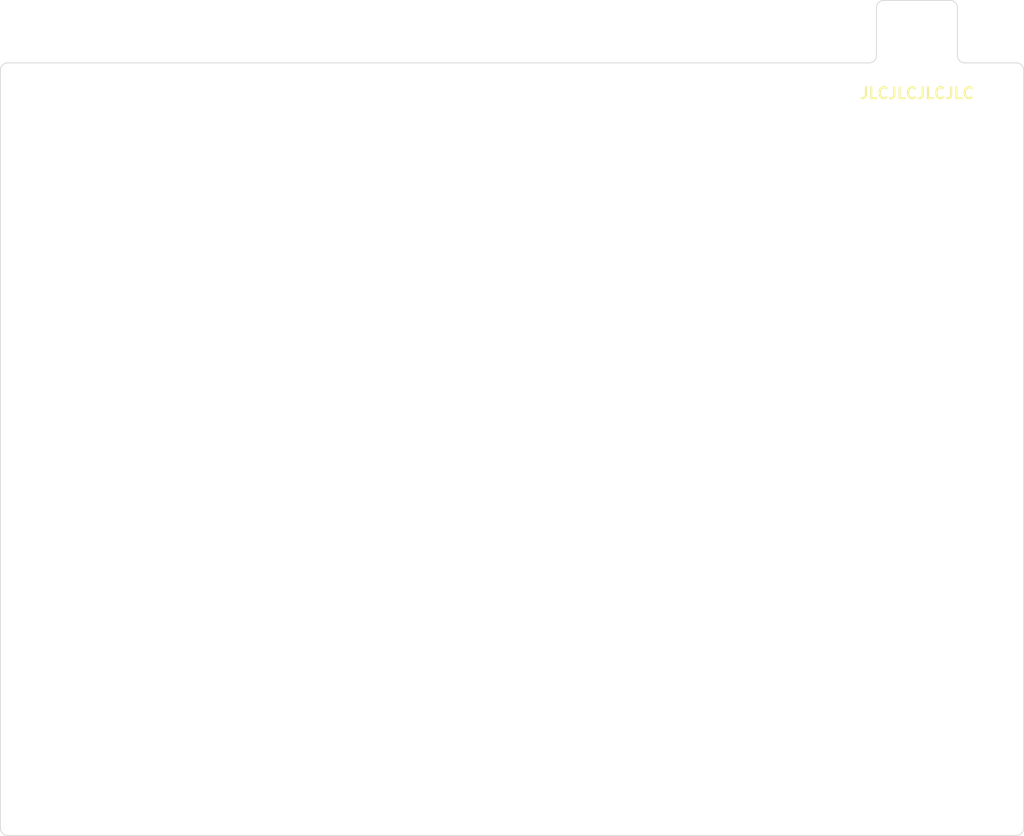
<source format=kicad_pcb>
(kicad_pcb (version 20221018) (generator pcbnew)
  (layers (0 "F.Cu" signal) (31 "B.Cu" signal) (34 "B.Paste" user) (35 "F.Paste" user) (36 "B.SilkS" user "B.Silkscreen") (37 "F.SilkS" user "F.Silkscreen") (38 "B.Mask" user) (39 "F.Mask" user) (44 "Edge.Cuts" user))
  (net 0 "")
  (footprint "MountingHole:MountingHole_2.2mm_M2" (layer "F.Cu") (at 70 113)
    (fp_text reference "H3")
    (fp_text value "MountingHole")
    (pad "" np_thru_hole circle (at 0 0) (size 2.2 2.2) (drill 2.2) (layers "*.Cu" "*.Mask"))
  )
  (footprint "MountingHole:MountingHole_2.2mm_M2" (layer "F.Cu") (at 70 75)
    (fp_text reference "H1")
    (fp_text value "MountingHole")
    (pad "" np_thru_hole circle (at 0 0) (size 2.2 2.2) (drill 2.2) (layers "*.Cu" "*.Mask"))
  )
  (footprint "MountingHole:MountingHole_2.2mm_M2" (layer "F.Cu") (at 165 73)
    (fp_text reference "H4")
    (fp_text value "MountingHole")
    (pad "" np_thru_hole circle (at 0 0) (size 2.2 2.2) (drill 2.2) (layers "*.Cu" "*.Mask"))
  )
  (footprint "MountingHole:MountingHole_2.2mm_M2" (layer "F.Cu") (at 165 130)
    (fp_text reference "H2")
    (fp_text value "MountingHole")
    (pad "" np_thru_hole circle (at 0 0) (size 2.2 2.2) (drill 2.2) (layers "*.Cu" "*.Mask"))
  )
  (footprint "MountingHole:MountingHole_2.2mm_M2" (layer "F.Cu") (at 117.5 127)
    (fp_text reference "H5")
    (fp_text value "MountingHole")
    (pad "" np_thru_hole circle (at 0 0) (size 2.2 2.2) (drill 2.2) (layers "*.Cu" "*.Mask"))
  )
  (footprint "MountingHole:MountingHole_2.2mm_M2" (layer "F.Cu") (at 117.5 70)
    (fp_text reference "H6")
    (fp_text value "MountingHole")
    (pad "" np_thru_hole circle (at 0 0) (size 2.2 2.2) (drill 2.2) (layers "*.Cu" "*.Mask"))
  )
  (gr_line (start 180 49) (end 180 42.5) (stroke (width 0.1)) (layer "Edge.Cuts"))
  (gr_line (start 169 42.5) (end 169 49) (stroke (width 0.1)) (layer "Edge.Cuts"))
  (gr_arc (start 169 42.5) (mid 169.292893 41.792893) (end 170 41.5) (stroke (width 0.1)) (layer "Edge.Cuts"))
  (gr_line (start 168 50) (end 51 50) (stroke (width 0.1)) (layer "Edge.Cuts"))
  (gr_arc (start 188 50) (mid 188.707107 50.292893) (end 189 51) (stroke (width 0.1)) (layer "Edge.Cuts"))
  (gr_line (start 179 41.5) (end 170 41.5) (stroke (width 0.1)) (layer "Edge.Cuts"))
  (gr_line (start 50 51) (end 50 154) (stroke (width 0.1)) (layer "Edge.Cuts"))
  (gr_arc (start 181 50) (mid 180.292893 49.707107) (end 180 49) (stroke (width 0.1)) (layer "Edge.Cuts"))
  (gr_arc (start 189 154) (mid 188.707107 154.707107) (end 188 155) (stroke (width 0.1)) (layer "Edge.Cuts"))
  (gr_arc (start 51 155) (mid 50.292893 154.707107) (end 50 154) (stroke (width 0.1)) (layer "Edge.Cuts"))
  (gr_arc (start 169 49) (mid 168.707107 49.707107) (end 168 50) (stroke (width 0.1)) (layer "Edge.Cuts"))
  (gr_line (start 181 50) (end 188 50) (stroke (width 0.1)) (layer "Edge.Cuts"))
  (gr_line (start 188 155) (end 51 155) (stroke (width 0.1)) (layer "Edge.Cuts"))
  (gr_line (start 189 154) (end 189 51) (stroke (width 0.1)) (layer "Edge.Cuts"))
  (gr_arc (start 50 51) (mid 50.292893 50.292893) (end 51 50) (stroke (width 0.1)) (layer "Edge.Cuts"))
  (gr_arc (start 179 41.5) (mid 179.707107 41.792893) (end 180 42.5) (stroke (width 0.1)) (layer "Edge.Cuts"))
  (gr_text "JLCJLCJLCJLC" (at 174.5 55) (layer "F.SilkS") (effects (font (size 1.5 1.5) (thickness 0.3) bold) (justify bottom)))
)
</source>
